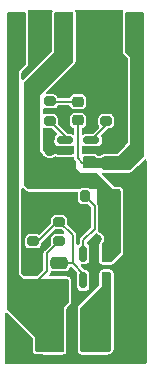
<source format=gbr>
%TF.GenerationSoftware,KiCad,Pcbnew,8.0.0*%
%TF.CreationDate,2024-02-29T12:19:13-08:00*%
%TF.ProjectId,G305_lipo_PMIC,47333035-5f6c-4697-906f-5f504d49432e,rev?*%
%TF.SameCoordinates,Original*%
%TF.FileFunction,Copper,L1,Top*%
%TF.FilePolarity,Positive*%
%FSLAX46Y46*%
G04 Gerber Fmt 4.6, Leading zero omitted, Abs format (unit mm)*
G04 Created by KiCad (PCBNEW 8.0.0) date 2024-02-29 12:19:13*
%MOMM*%
%LPD*%
G01*
G04 APERTURE LIST*
G04 Aperture macros list*
%AMRoundRect*
0 Rectangle with rounded corners*
0 $1 Rounding radius*
0 $2 $3 $4 $5 $6 $7 $8 $9 X,Y pos of 4 corners*
0 Add a 4 corners polygon primitive as box body*
4,1,4,$2,$3,$4,$5,$6,$7,$8,$9,$2,$3,0*
0 Add four circle primitives for the rounded corners*
1,1,$1+$1,$2,$3*
1,1,$1+$1,$4,$5*
1,1,$1+$1,$6,$7*
1,1,$1+$1,$8,$9*
0 Add four rect primitives between the rounded corners*
20,1,$1+$1,$2,$3,$4,$5,0*
20,1,$1+$1,$4,$5,$6,$7,0*
20,1,$1+$1,$6,$7,$8,$9,0*
20,1,$1+$1,$8,$9,$2,$3,0*%
G04 Aperture macros list end*
%TA.AperFunction,SMDPad,CuDef*%
%ADD10C,1.000000*%
%TD*%
%TA.AperFunction,SMDPad,CuDef*%
%ADD11RoundRect,0.075000X-0.675000X-1.425000X0.675000X-1.425000X0.675000X1.425000X-0.675000X1.425000X0*%
%TD*%
%TA.AperFunction,SMDPad,CuDef*%
%ADD12RoundRect,0.250000X0.250000X0.475000X-0.250000X0.475000X-0.250000X-0.475000X0.250000X-0.475000X0*%
%TD*%
%TA.AperFunction,SMDPad,CuDef*%
%ADD13RoundRect,0.200000X-0.275000X0.200000X-0.275000X-0.200000X0.275000X-0.200000X0.275000X0.200000X0*%
%TD*%
%TA.AperFunction,SMDPad,CuDef*%
%ADD14RoundRect,0.200000X0.275000X-0.200000X0.275000X0.200000X-0.275000X0.200000X-0.275000X-0.200000X0*%
%TD*%
%TA.AperFunction,SMDPad,CuDef*%
%ADD15RoundRect,0.250000X-0.475000X0.250000X-0.475000X-0.250000X0.475000X-0.250000X0.475000X0.250000X0*%
%TD*%
%TA.AperFunction,SMDPad,CuDef*%
%ADD16RoundRect,0.200000X-0.200000X-0.275000X0.200000X-0.275000X0.200000X0.275000X-0.200000X0.275000X0*%
%TD*%
%TA.AperFunction,SMDPad,CuDef*%
%ADD17RoundRect,0.150000X-0.512500X-0.150000X0.512500X-0.150000X0.512500X0.150000X-0.512500X0.150000X0*%
%TD*%
%TA.AperFunction,SMDPad,CuDef*%
%ADD18RoundRect,0.250000X0.475000X-0.250000X0.475000X0.250000X-0.475000X0.250000X-0.475000X-0.250000X0*%
%TD*%
%TA.AperFunction,SMDPad,CuDef*%
%ADD19RoundRect,0.150000X-0.150000X0.512500X-0.150000X-0.512500X0.150000X-0.512500X0.150000X0.512500X0*%
%TD*%
%TA.AperFunction,SMDPad,CuDef*%
%ADD20R,2.200000X3.900000*%
%TD*%
%TA.AperFunction,SMDPad,CuDef*%
%ADD21RoundRect,0.218750X-0.256250X0.218750X-0.256250X-0.218750X0.256250X-0.218750X0.256250X0.218750X0*%
%TD*%
%TA.AperFunction,ViaPad*%
%ADD22C,0.800000*%
%TD*%
%TA.AperFunction,Conductor*%
%ADD23C,0.200000*%
%TD*%
G04 APERTURE END LIST*
D10*
%TO.P,TP1,1,1*%
%TO.N,V_BAT*%
X102400000Y-82600000D03*
%TD*%
D11*
%TO.P,J1,1,Pin_1*%
%TO.N,+1.5V*%
X101000000Y-71800000D03*
%TO.P,J1,2,Pin_2*%
%TO.N,GND*%
X103000000Y-71800000D03*
%TO.P,J1,3,Pin_3*%
%TO.N,V_BAT*%
X105000000Y-71800000D03*
%TO.P,J1,4,Pin_4*%
%TO.N,GND*%
X107000000Y-71800000D03*
%TO.P,J1,5,Pin_5*%
X109000000Y-71800000D03*
%TO.P,J1,6,Pin_6*%
%TO.N,V_USB*%
X111000000Y-71800000D03*
%TD*%
D12*
%TO.P,C4,1*%
%TO.N,V_BAT*%
X108550000Y-88000000D03*
%TO.P,C4,2*%
%TO.N,GND*%
X106650000Y-88000000D03*
%TD*%
D13*
%TO.P,R2,1*%
%TO.N,Net-(D1-K)*%
X103800000Y-77775000D03*
%TO.P,R2,2*%
%TO.N,Net-(U1-STAT)*%
X103800000Y-79425000D03*
%TD*%
D14*
%TO.P,R4,1*%
%TO.N,+1.5V*%
X104600000Y-89625001D03*
%TO.P,R4,2*%
%TO.N,/FB_+1.5V*%
X104600000Y-87975001D03*
%TD*%
D15*
%TO.P,C2,1*%
%TO.N,V_BAT*%
X102400000Y-84450000D03*
%TO.P,C2,2*%
%TO.N,GND*%
X102400000Y-86350000D03*
%TD*%
D16*
%TO.P,R3,1*%
%TO.N,Net-(U2-EN)*%
X106775000Y-85800000D03*
%TO.P,R3,2*%
%TO.N,V_BAT*%
X108425000Y-85800000D03*
%TD*%
D17*
%TO.P,U1,1,STAT*%
%TO.N,Net-(U1-STAT)*%
X105062500Y-81050000D03*
%TO.P,U1,2,VSS*%
%TO.N,GND*%
X105062500Y-82000000D03*
%TO.P,U1,3,VBAT*%
%TO.N,V_BAT*%
X105062500Y-82950000D03*
%TO.P,U1,4,VDD*%
%TO.N,V_USB*%
X107337500Y-82950000D03*
%TO.P,U1,5,PROG*%
%TO.N,Net-(U1-PROG)*%
X107337500Y-81050000D03*
%TD*%
D18*
%TO.P,C1,1*%
%TO.N,V_USB*%
X109600000Y-82950000D03*
%TO.P,C1,2*%
%TO.N,GND*%
X109600000Y-81050000D03*
%TD*%
D19*
%TO.P,U2,1,VIN*%
%TO.N,V_BAT*%
X108550000Y-90662500D03*
%TO.P,U2,2,GND*%
%TO.N,GND*%
X107600000Y-90662500D03*
%TO.P,U2,3,EN*%
%TO.N,Net-(U2-EN)*%
X106650000Y-90662500D03*
%TO.P,U2,4,FB*%
%TO.N,/FB_+1.5V*%
X106650000Y-92937500D03*
%TO.P,U2,5,SW*%
%TO.N,/SW_+1.5V*%
X108550000Y-92937500D03*
%TD*%
D10*
%TO.P,TP2,1,1*%
%TO.N,+1.5V*%
X101200000Y-95200000D03*
%TD*%
D14*
%TO.P,R1,1*%
%TO.N,Net-(U1-PROG)*%
X108600000Y-79425000D03*
%TO.P,R1,2*%
%TO.N,GND*%
X108600000Y-77775000D03*
%TD*%
D18*
%TO.P,C3,1*%
%TO.N,+1.5V*%
X104600000Y-93350000D03*
%TO.P,C3,2*%
%TO.N,/FB_+1.5V*%
X104600000Y-91450000D03*
%TD*%
%TO.P,C6,1*%
%TO.N,+1.5V*%
X102400000Y-93350000D03*
%TO.P,C6,2*%
%TO.N,GND*%
X102400000Y-91450000D03*
%TD*%
D20*
%TO.P,L1,1*%
%TO.N,/SW_+1.5V*%
X107700000Y-97000000D03*
%TO.P,L1,2*%
%TO.N,+1.5V*%
X103900000Y-97000000D03*
%TD*%
D10*
%TO.P,TP3,1,1*%
%TO.N,GND*%
X110600000Y-98400000D03*
%TD*%
D21*
%TO.P,D1,1,K*%
%TO.N,Net-(D1-K)*%
X106200000Y-77812500D03*
%TO.P,D1,2,A*%
%TO.N,V_USB*%
X106200000Y-79387500D03*
%TD*%
D14*
%TO.P,R5,1*%
%TO.N,/FB_+1.5V*%
X102400000Y-89625000D03*
%TO.P,R5,2*%
%TO.N,GND*%
X102400000Y-87975000D03*
%TD*%
D22*
%TO.N,GND*%
X108000000Y-82000000D03*
X101000000Y-99000000D03*
X103800000Y-82000000D03*
X111000000Y-89000000D03*
X107800000Y-89400000D03*
X109800000Y-79800000D03*
X109800000Y-93200000D03*
X107250000Y-80000000D03*
X103400000Y-87800000D03*
X105000000Y-79500000D03*
X102800000Y-74000000D03*
X105674500Y-88000000D03*
X109000000Y-74000000D03*
X107000000Y-74000000D03*
X111000000Y-95000000D03*
X110000000Y-97000000D03*
X111000000Y-85000000D03*
X103800000Y-81000000D03*
X105000000Y-77000000D03*
X101800000Y-90600000D03*
X108600000Y-76600000D03*
X104000000Y-86000000D03*
%TD*%
D23*
%TO.N,V_USB*%
X106200000Y-82600000D02*
X106550000Y-82950000D01*
X106200000Y-79387500D02*
X106200000Y-82600000D01*
X106550000Y-82950000D02*
X107337500Y-82950000D01*
%TO.N,Net-(D1-K)*%
X106200000Y-77812500D02*
X103837500Y-77812500D01*
X103837500Y-77812500D02*
X103800000Y-77775000D01*
%TO.N,Net-(U1-PROG)*%
X108600000Y-79425000D02*
X108600000Y-79787500D01*
X108600000Y-79787500D02*
X107337500Y-81050000D01*
%TO.N,Net-(U1-STAT)*%
X103812500Y-79425000D02*
X105062500Y-80675000D01*
X103800000Y-79425000D02*
X103812500Y-79425000D01*
X105062500Y-80675000D02*
X105062500Y-81050000D01*
%TO.N,Net-(U2-EN)*%
X107600000Y-86625000D02*
X106775000Y-85800000D01*
X107600000Y-88600000D02*
X107600000Y-86625000D01*
X106650000Y-89550000D02*
X107600000Y-88600000D01*
X106650000Y-90662500D02*
X106650000Y-89550000D01*
%TO.N,+1.5V*%
X103575000Y-90650001D02*
X103575000Y-92175000D01*
X103575000Y-92175000D02*
X102400000Y-93350000D01*
X104600000Y-89625001D02*
X103575000Y-90650001D01*
%TO.N,/FB_+1.5V*%
X105750000Y-89125001D02*
X104600000Y-87975001D01*
X105750000Y-91450000D02*
X105750000Y-89125001D01*
X104424999Y-87975001D02*
X104600000Y-87975001D01*
X104600000Y-91450000D02*
X105750000Y-91450000D01*
X105750000Y-91450000D02*
X106650000Y-92350000D01*
X102775000Y-89625000D02*
X104424999Y-87975001D01*
X106650000Y-92350000D02*
X106650000Y-92937500D01*
X102400000Y-89625000D02*
X102775000Y-89625000D01*
%TD*%
%TA.AperFunction,Conductor*%
%TO.N,V_BAT*%
G36*
X109743039Y-85219685D02*
G01*
X109788794Y-85272489D01*
X109800000Y-85324000D01*
X109800000Y-90548638D01*
X109780315Y-90615677D01*
X109763681Y-90636319D01*
X109036319Y-91363681D01*
X108974996Y-91397166D01*
X108948638Y-91400000D01*
X108324000Y-91400000D01*
X108256961Y-91380315D01*
X108211206Y-91327511D01*
X108200000Y-91276000D01*
X108200000Y-89907232D01*
X108219685Y-89840193D01*
X108225624Y-89831746D01*
X108324535Y-89702842D01*
X108324534Y-89702842D01*
X108324536Y-89702841D01*
X108385044Y-89556762D01*
X108405682Y-89400000D01*
X108385044Y-89243238D01*
X108324536Y-89097159D01*
X108228282Y-88971718D01*
X108102841Y-88875464D01*
X107964285Y-88818072D01*
X107909882Y-88774231D01*
X107887817Y-88707937D01*
X107891963Y-88671421D01*
X107900500Y-88639562D01*
X107900500Y-86585438D01*
X107880021Y-86509011D01*
X107880017Y-86509004D01*
X107840464Y-86440495D01*
X107840458Y-86440487D01*
X107836319Y-86436348D01*
X107802834Y-86375025D01*
X107800000Y-86348667D01*
X107800000Y-85200000D01*
X109200000Y-85200000D01*
X109676000Y-85200000D01*
X109743039Y-85219685D01*
G37*
%TD.AperFunction*%
%TD*%
%TA.AperFunction,Conductor*%
%TO.N,+1.5V*%
G36*
X101743039Y-70219685D02*
G01*
X101788794Y-70272489D01*
X101800000Y-70324000D01*
X101800000Y-74548638D01*
X101780315Y-74615677D01*
X101763681Y-74636319D01*
X101200000Y-75199999D01*
X101200000Y-90548714D01*
X101198939Y-90564899D01*
X101194318Y-90599998D01*
X101194318Y-90599999D01*
X101198939Y-90635099D01*
X101200000Y-90651285D01*
X101200000Y-92400000D01*
X101600000Y-92800000D01*
X101600000Y-96800000D01*
X100236319Y-95436319D01*
X100202834Y-95374996D01*
X100200000Y-95348638D01*
X100200000Y-70324000D01*
X100219685Y-70256961D01*
X100272489Y-70211206D01*
X100324000Y-70200000D01*
X101676000Y-70200000D01*
X101743039Y-70219685D01*
G37*
%TD.AperFunction*%
%TD*%
%TA.AperFunction,Conductor*%
%TO.N,/SW_+1.5V*%
G36*
X108943039Y-92219685D02*
G01*
X108988794Y-92272489D01*
X109000000Y-92324000D01*
X109000000Y-98748638D01*
X108980315Y-98815677D01*
X108963681Y-98836319D01*
X108836319Y-98963681D01*
X108774996Y-98997166D01*
X108748638Y-99000000D01*
X106524000Y-99000000D01*
X106456961Y-98980315D01*
X106411206Y-98927511D01*
X106400000Y-98876000D01*
X106400000Y-95251362D01*
X106419685Y-95184323D01*
X106436319Y-95163681D01*
X108200000Y-93400000D01*
X108200000Y-92324000D01*
X108219685Y-92256961D01*
X108272489Y-92211206D01*
X108324000Y-92200000D01*
X108876000Y-92200000D01*
X108943039Y-92219685D01*
G37*
%TD.AperFunction*%
%TD*%
%TA.AperFunction,Conductor*%
%TO.N,+1.5V*%
G36*
X105343039Y-92819685D02*
G01*
X105388794Y-92872489D01*
X105400000Y-92924000D01*
X105400000Y-94748638D01*
X105380315Y-94815677D01*
X105363681Y-94836319D01*
X105000000Y-95199999D01*
X105000000Y-98876000D01*
X104980315Y-98943039D01*
X104927511Y-98988794D01*
X104876000Y-99000000D01*
X103800195Y-99000000D01*
X103799732Y-98999999D01*
X102723537Y-98995980D01*
X102656571Y-98976045D01*
X102611014Y-98923071D01*
X102600000Y-98871981D01*
X102600000Y-97800000D01*
X101600000Y-96800000D01*
X101600000Y-92800000D01*
X105276000Y-92800000D01*
X105343039Y-92819685D01*
G37*
%TD.AperFunction*%
%TD*%
%TA.AperFunction,Conductor*%
%TO.N,V_BAT*%
G36*
X103366902Y-82422006D02*
G01*
X103371718Y-82428282D01*
X103497159Y-82524536D01*
X103643238Y-82585044D01*
X103666246Y-82588073D01*
X103799999Y-82605682D01*
X103800000Y-82605682D01*
X103800001Y-82605682D01*
X103852254Y-82598802D01*
X103956762Y-82585044D01*
X104102841Y-82524536D01*
X104203627Y-82447200D01*
X104268794Y-82422006D01*
X104333951Y-82435369D01*
X104334286Y-82434685D01*
X104336940Y-82435982D01*
X104337239Y-82436044D01*
X104337890Y-82436447D01*
X104343516Y-82439197D01*
X104343517Y-82439198D01*
X104448607Y-82490573D01*
X104482673Y-82495536D01*
X104516739Y-82500500D01*
X104516740Y-82500500D01*
X105608261Y-82500500D01*
X105642326Y-82495536D01*
X105676393Y-82490573D01*
X105721039Y-82468746D01*
X105789912Y-82456987D01*
X105854210Y-82484330D01*
X105893517Y-82542095D01*
X105899500Y-82580147D01*
X105899500Y-82639562D01*
X105919979Y-82715989D01*
X105948558Y-82765489D01*
X105948558Y-82765490D01*
X105959536Y-82784505D01*
X105959542Y-82784513D01*
X105963681Y-82788652D01*
X105997166Y-82849975D01*
X106000000Y-82876333D01*
X106000000Y-83400000D01*
X106400000Y-83800000D01*
X107748638Y-83800000D01*
X107815677Y-83819685D01*
X107836319Y-83836319D01*
X109200000Y-85200000D01*
X107249097Y-85200000D01*
X107192804Y-85186485D01*
X107100304Y-85139354D01*
X107100303Y-85139353D01*
X107100300Y-85139352D01*
X107100301Y-85139352D01*
X107006524Y-85124500D01*
X106543482Y-85124500D01*
X106462519Y-85137323D01*
X106449696Y-85139354D01*
X106357195Y-85186485D01*
X106300903Y-85200000D01*
X102051362Y-85200000D01*
X101984323Y-85180315D01*
X101963681Y-85163681D01*
X101636319Y-84836319D01*
X101602834Y-84774996D01*
X101600000Y-84748638D01*
X101600000Y-82400000D01*
X103350016Y-82400000D01*
X103366902Y-82422006D01*
G37*
%TD.AperFunction*%
%TD*%
%TA.AperFunction,Conductor*%
%TO.N,V_USB*%
G36*
X107559806Y-82419685D02*
G01*
X107568253Y-82425624D01*
X107697157Y-82524535D01*
X107697158Y-82524535D01*
X107697159Y-82524536D01*
X107843238Y-82585044D01*
X107921619Y-82595363D01*
X107999999Y-82605682D01*
X108000000Y-82605682D01*
X108000001Y-82605682D01*
X108052254Y-82598802D01*
X108156762Y-82585044D01*
X108302841Y-82524536D01*
X108390907Y-82456961D01*
X108431747Y-82425624D01*
X108496916Y-82400430D01*
X108507233Y-82400000D01*
X109600000Y-82400000D01*
X110600000Y-82400000D01*
X110600000Y-83583512D01*
X110574996Y-83597166D01*
X110548638Y-83600000D01*
X108451362Y-83600000D01*
X108384323Y-83580315D01*
X108363681Y-83563681D01*
X108200000Y-83400000D01*
X106724000Y-83400000D01*
X106656961Y-83380315D01*
X106611206Y-83327511D01*
X106600000Y-83276000D01*
X106600000Y-82524000D01*
X106619685Y-82456961D01*
X106672489Y-82411206D01*
X106724000Y-82400000D01*
X107492767Y-82400000D01*
X107559806Y-82419685D01*
G37*
%TD.AperFunction*%
%TD*%
%TA.AperFunction,Conductor*%
%TO.N,V_USB*%
G36*
X111743039Y-70219685D02*
G01*
X111788794Y-70272489D01*
X111800000Y-70324000D01*
X111800000Y-82348638D01*
X111780315Y-82415677D01*
X111763681Y-82436319D01*
X110636319Y-83563681D01*
X110600000Y-83583512D01*
X110600000Y-82400000D01*
X109600000Y-82400000D01*
X110316917Y-81683082D01*
X110330936Y-81671017D01*
X110397150Y-81622150D01*
X110446009Y-81555946D01*
X110458079Y-81541920D01*
X110600000Y-81400000D01*
X110600000Y-74000000D01*
X110236319Y-73636319D01*
X110202834Y-73574996D01*
X110200000Y-73548638D01*
X110200000Y-70324000D01*
X110219685Y-70256961D01*
X110272489Y-70211206D01*
X110324000Y-70200000D01*
X111676000Y-70200000D01*
X111743039Y-70219685D01*
G37*
%TD.AperFunction*%
%TD*%
%TA.AperFunction,Conductor*%
%TO.N,V_BAT*%
G36*
X105743039Y-70219685D02*
G01*
X105788794Y-70272489D01*
X105800000Y-70324000D01*
X105800000Y-74348638D01*
X105780315Y-74415677D01*
X105763681Y-74436319D01*
X103000000Y-77199999D01*
X103000000Y-82000000D01*
X103238663Y-82238663D01*
X103265543Y-82278890D01*
X103275464Y-82302841D01*
X103350017Y-82400000D01*
X101600000Y-82400000D01*
X101600000Y-76251362D01*
X101619685Y-76184323D01*
X101636319Y-76163681D01*
X104200000Y-73600000D01*
X104200000Y-70324000D01*
X104219685Y-70256961D01*
X104272489Y-70211206D01*
X104324000Y-70200000D01*
X105676000Y-70200000D01*
X105743039Y-70219685D01*
G37*
%TD.AperFunction*%
%TD*%
%TA.AperFunction,Conductor*%
%TO.N,GND*%
G36*
X111919334Y-82673801D02*
G01*
X111975267Y-82715673D01*
X111999684Y-82781137D01*
X112000000Y-82789983D01*
X112000000Y-99876000D01*
X111980315Y-99943039D01*
X111927511Y-99988794D01*
X111876000Y-100000000D01*
X100124000Y-100000000D01*
X100056961Y-99980315D01*
X100011206Y-99927511D01*
X100000000Y-99876000D01*
X100000000Y-95789982D01*
X100019685Y-95722943D01*
X100072489Y-95677188D01*
X100141647Y-95667244D01*
X100205203Y-95696269D01*
X100211681Y-95702301D01*
X102358181Y-97848801D01*
X102391666Y-97910124D01*
X102394500Y-97936482D01*
X102394500Y-98871986D01*
X102399115Y-98915294D01*
X102410127Y-98966374D01*
X102412497Y-98976189D01*
X102412498Y-98976192D01*
X102455206Y-99057064D01*
X102500767Y-99110043D01*
X102518284Y-99128056D01*
X102518286Y-99128057D01*
X102518288Y-99128059D01*
X102597939Y-99173003D01*
X102664905Y-99192938D01*
X102722770Y-99201479D01*
X102734467Y-99201522D01*
X103798874Y-99205498D01*
X103799485Y-99205498D01*
X103799732Y-99205499D01*
X104876000Y-99205500D01*
X104919684Y-99200803D01*
X104948875Y-99194452D01*
X104971174Y-99189602D01*
X104971190Y-99189598D01*
X104971195Y-99189597D01*
X104981373Y-99187110D01*
X105051977Y-99149485D01*
X105067165Y-99144065D01*
X105066948Y-99143541D01*
X105078227Y-99138869D01*
X105078229Y-99138867D01*
X105078231Y-99138867D01*
X105144552Y-99094552D01*
X105188867Y-99028231D01*
X105188867Y-99028229D01*
X105188868Y-99028229D01*
X105200499Y-98969752D01*
X105200500Y-98969750D01*
X105200500Y-98919643D01*
X105201762Y-98901995D01*
X105205499Y-98876007D01*
X106194500Y-98876007D01*
X106199197Y-98919686D01*
X106210397Y-98971174D01*
X106212890Y-98981372D01*
X106212891Y-98981375D01*
X106255899Y-99062083D01*
X106255901Y-99062086D01*
X106301660Y-99114895D01*
X106319242Y-99132839D01*
X106319246Y-99132843D01*
X106319247Y-99132844D01*
X106319249Y-99132845D01*
X106391041Y-99173003D01*
X106399063Y-99177490D01*
X106466102Y-99197175D01*
X106524000Y-99205500D01*
X106524004Y-99205500D01*
X108748639Y-99205500D01*
X108751180Y-99205363D01*
X108770607Y-99204322D01*
X108770614Y-99204321D01*
X108770618Y-99204321D01*
X108796965Y-99201488D01*
X108873482Y-99177529D01*
X108934805Y-99144044D01*
X108981629Y-99108991D01*
X109108991Y-98981629D01*
X109123693Y-98965262D01*
X109140327Y-98944620D01*
X109177490Y-98873575D01*
X109197175Y-98806536D01*
X109205500Y-98748638D01*
X109205500Y-92324000D01*
X109200803Y-92280316D01*
X109193205Y-92245390D01*
X109189602Y-92228825D01*
X109189348Y-92227789D01*
X109187110Y-92218627D01*
X109144100Y-92137915D01*
X109098345Y-92085111D01*
X109098339Y-92085104D01*
X109080757Y-92067160D01*
X109080756Y-92067159D01*
X109080754Y-92067157D01*
X109080752Y-92067156D01*
X109080750Y-92067154D01*
X109000940Y-92022511D01*
X109000935Y-92022509D01*
X108933903Y-92002826D01*
X108933899Y-92002825D01*
X108933898Y-92002825D01*
X108876000Y-91994500D01*
X108324000Y-91994500D01*
X108323992Y-91994500D01*
X108280313Y-91999197D01*
X108228825Y-92010397D01*
X108218627Y-92012890D01*
X108218624Y-92012891D01*
X108137916Y-92055899D01*
X108137913Y-92055901D01*
X108085104Y-92101660D01*
X108067160Y-92119242D01*
X108067154Y-92119249D01*
X108022511Y-92199059D01*
X108022509Y-92199064D01*
X108002826Y-92266096D01*
X108002825Y-92266101D01*
X108002825Y-92266102D01*
X107994502Y-92323992D01*
X107994500Y-92324003D01*
X107994500Y-93263517D01*
X107974815Y-93330556D01*
X107958181Y-93351198D01*
X106291014Y-95018365D01*
X106291012Y-95018366D01*
X106276325Y-95034716D01*
X106276313Y-95034730D01*
X106259672Y-95055379D01*
X106222509Y-95126424D01*
X106202826Y-95193456D01*
X106202825Y-95193464D01*
X106194869Y-95248801D01*
X106194500Y-95251365D01*
X106194500Y-98876007D01*
X105205499Y-98876007D01*
X105205500Y-98875997D01*
X105205500Y-95336482D01*
X105225185Y-95269443D01*
X105241819Y-95248801D01*
X105297164Y-95193456D01*
X105508991Y-94981630D01*
X105523693Y-94965262D01*
X105523698Y-94965254D01*
X105523704Y-94965249D01*
X105540325Y-94944623D01*
X105540325Y-94944622D01*
X105540327Y-94944620D01*
X105577490Y-94873575D01*
X105597175Y-94806536D01*
X105605500Y-94748638D01*
X105605500Y-92924000D01*
X105600803Y-92880316D01*
X105596897Y-92862364D01*
X105589602Y-92828825D01*
X105589348Y-92827789D01*
X105587110Y-92818627D01*
X105544100Y-92737915D01*
X105498345Y-92685111D01*
X105498339Y-92685104D01*
X105480757Y-92667160D01*
X105480756Y-92667159D01*
X105480754Y-92667157D01*
X105480752Y-92667156D01*
X105480750Y-92667154D01*
X105400940Y-92622511D01*
X105400935Y-92622509D01*
X105333903Y-92602826D01*
X105333899Y-92602825D01*
X105333898Y-92602825D01*
X105276000Y-92594500D01*
X105275996Y-92594500D01*
X103879833Y-92594500D01*
X103812794Y-92574815D01*
X103767039Y-92522011D01*
X103757095Y-92452853D01*
X103786120Y-92389297D01*
X103792152Y-92382819D01*
X103815460Y-92359511D01*
X103836189Y-92323607D01*
X103855021Y-92290989D01*
X103871432Y-92229743D01*
X103907797Y-92170085D01*
X103970644Y-92139556D01*
X104032164Y-92144798D01*
X104040301Y-92147646D01*
X104046387Y-92148216D01*
X104070730Y-92150500D01*
X104070734Y-92150500D01*
X105129270Y-92150500D01*
X105159699Y-92147646D01*
X105159701Y-92147646D01*
X105240853Y-92119249D01*
X105287882Y-92102793D01*
X105397150Y-92022150D01*
X105477793Y-91912882D01*
X105493001Y-91869420D01*
X105533723Y-91812644D01*
X105598675Y-91786897D01*
X105667237Y-91800353D01*
X105697723Y-91822694D01*
X106120419Y-92245390D01*
X106153904Y-92306713D01*
X106155443Y-92350946D01*
X106149500Y-92391742D01*
X106149500Y-93483260D01*
X106159426Y-93551391D01*
X106210803Y-93656485D01*
X106293514Y-93739196D01*
X106293515Y-93739196D01*
X106293517Y-93739198D01*
X106398607Y-93790573D01*
X106432673Y-93795536D01*
X106466739Y-93800500D01*
X106466740Y-93800500D01*
X106833261Y-93800500D01*
X106855971Y-93797191D01*
X106901393Y-93790573D01*
X107006483Y-93739198D01*
X107089198Y-93656483D01*
X107140573Y-93551393D01*
X107150500Y-93483260D01*
X107150500Y-92391740D01*
X107140573Y-92323607D01*
X107089198Y-92218517D01*
X107089196Y-92218515D01*
X107089196Y-92218514D01*
X107006485Y-92135803D01*
X106901391Y-92084426D01*
X106834418Y-92074668D01*
X106770917Y-92045523D01*
X106764616Y-92039645D01*
X106462152Y-91737181D01*
X106428667Y-91675858D01*
X106433651Y-91606166D01*
X106475523Y-91550233D01*
X106540987Y-91525816D01*
X106549833Y-91525500D01*
X106833261Y-91525500D01*
X106855971Y-91522191D01*
X106901393Y-91515573D01*
X107006483Y-91464198D01*
X107089198Y-91381483D01*
X107140573Y-91276393D01*
X107150500Y-91208260D01*
X107150500Y-90116740D01*
X107140573Y-90048607D01*
X107089198Y-89943517D01*
X107089196Y-89943515D01*
X107089196Y-89943514D01*
X107006483Y-89860801D01*
X107002445Y-89857918D01*
X106959324Y-89802942D01*
X106950500Y-89757002D01*
X106950500Y-89725832D01*
X106970185Y-89658793D01*
X106986815Y-89638155D01*
X107652225Y-88972744D01*
X107713546Y-88939261D01*
X107783237Y-88944245D01*
X107817708Y-88963874D01*
X107828718Y-88972746D01*
X107835340Y-88978082D01*
X107885643Y-89007929D01*
X107885644Y-89007929D01*
X107885645Y-89007930D01*
X107984121Y-89048720D01*
X108012155Y-89064906D01*
X108068765Y-89108345D01*
X108091653Y-89131233D01*
X108135093Y-89187844D01*
X108151279Y-89215879D01*
X108178585Y-89281802D01*
X108186963Y-89313068D01*
X108196277Y-89383813D01*
X108196277Y-89416185D01*
X108186963Y-89486930D01*
X108178585Y-89518198D01*
X108151277Y-89584124D01*
X108135093Y-89612155D01*
X108062590Y-89706645D01*
X108057520Y-89713544D01*
X108051577Y-89721997D01*
X108022508Y-89782298D01*
X108002827Y-89849322D01*
X108002825Y-89849332D01*
X108002825Y-89849334D01*
X107996671Y-89892137D01*
X107994500Y-89907235D01*
X107994500Y-91276007D01*
X107999197Y-91319686D01*
X108010397Y-91371174D01*
X108012890Y-91381372D01*
X108012891Y-91381375D01*
X108055899Y-91462083D01*
X108055901Y-91462086D01*
X108101660Y-91514895D01*
X108112051Y-91525500D01*
X108119246Y-91532843D01*
X108119247Y-91532844D01*
X108119249Y-91532845D01*
X108199059Y-91577488D01*
X108199063Y-91577490D01*
X108266102Y-91597175D01*
X108324000Y-91605500D01*
X108324004Y-91605500D01*
X108948639Y-91605500D01*
X108951180Y-91605363D01*
X108970607Y-91604322D01*
X108970614Y-91604321D01*
X108970618Y-91604321D01*
X108996965Y-91601488D01*
X109073482Y-91577529D01*
X109134805Y-91544044D01*
X109181629Y-91508991D01*
X109908991Y-90781629D01*
X109923693Y-90765262D01*
X109940327Y-90744620D01*
X109977490Y-90673575D01*
X109997175Y-90606536D01*
X110005500Y-90548638D01*
X110005500Y-85324000D01*
X110000803Y-85280316D01*
X109996897Y-85262364D01*
X109989602Y-85228825D01*
X109989348Y-85227789D01*
X109987110Y-85218627D01*
X109944100Y-85137915D01*
X109898345Y-85085111D01*
X109898339Y-85085104D01*
X109880757Y-85067160D01*
X109880756Y-85067159D01*
X109880754Y-85067157D01*
X109880752Y-85067156D01*
X109880750Y-85067154D01*
X109800940Y-85022511D01*
X109800935Y-85022509D01*
X109733903Y-85002826D01*
X109733899Y-85002825D01*
X109733898Y-85002825D01*
X109676000Y-84994500D01*
X109675996Y-84994500D01*
X109336482Y-84994500D01*
X109269443Y-84974815D01*
X109248801Y-84958181D01*
X108299906Y-84009286D01*
X108266421Y-83947963D01*
X108271405Y-83878271D01*
X108313277Y-83822338D01*
X108378741Y-83797921D01*
X108405229Y-83798866D01*
X108451362Y-83805500D01*
X108451366Y-83805500D01*
X110548639Y-83805500D01*
X110551180Y-83805363D01*
X110570607Y-83804322D01*
X110570614Y-83804321D01*
X110570618Y-83804321D01*
X110577299Y-83803602D01*
X110596965Y-83801488D01*
X110622014Y-83793644D01*
X110673484Y-83777528D01*
X110703797Y-83760975D01*
X110703811Y-83760965D01*
X110734802Y-83744045D01*
X110781629Y-83708991D01*
X111283411Y-83207209D01*
X111788319Y-82702302D01*
X111849642Y-82668817D01*
X111919334Y-82673801D01*
G37*
%TD.AperFunction*%
%TA.AperFunction,Conductor*%
G36*
X101610703Y-85101769D02*
G01*
X101617181Y-85107801D01*
X101818365Y-85308986D01*
X101818366Y-85308987D01*
X101834716Y-85323674D01*
X101834730Y-85323686D01*
X101834738Y-85323693D01*
X101843136Y-85330460D01*
X101855379Y-85340327D01*
X101926424Y-85377490D01*
X101993456Y-85397173D01*
X101993458Y-85397173D01*
X101993464Y-85397175D01*
X102051362Y-85405500D01*
X106050500Y-85405500D01*
X106117539Y-85425185D01*
X106163294Y-85477989D01*
X106174500Y-85529500D01*
X106174500Y-86106517D01*
X106185292Y-86174657D01*
X106189354Y-86200304D01*
X106246950Y-86313342D01*
X106246952Y-86313344D01*
X106246954Y-86313347D01*
X106336652Y-86403045D01*
X106336654Y-86403046D01*
X106336658Y-86403050D01*
X106449696Y-86460646D01*
X106449698Y-86460647D01*
X106543475Y-86475499D01*
X106543481Y-86475500D01*
X106974166Y-86475499D01*
X107041205Y-86495183D01*
X107061847Y-86511818D01*
X107263181Y-86713152D01*
X107296666Y-86774475D01*
X107299500Y-86800833D01*
X107299500Y-88424167D01*
X107279815Y-88491206D01*
X107263181Y-88511848D01*
X106409541Y-89365487D01*
X106409535Y-89365495D01*
X106369982Y-89434004D01*
X106369979Y-89434009D01*
X106349500Y-89510439D01*
X106349500Y-89757002D01*
X106329815Y-89824041D01*
X106297555Y-89857918D01*
X106293516Y-89860801D01*
X106262181Y-89892137D01*
X106200858Y-89925622D01*
X106131166Y-89920638D01*
X106075233Y-89878766D01*
X106050816Y-89813302D01*
X106050500Y-89804456D01*
X106050500Y-89085441D01*
X106050499Y-89085437D01*
X106042297Y-89054827D01*
X106038152Y-89039355D01*
X106030022Y-89009013D01*
X105990460Y-88940490D01*
X105311818Y-88261848D01*
X105278333Y-88200525D01*
X105275499Y-88174175D01*
X105275499Y-87743483D01*
X105260646Y-87649697D01*
X105203050Y-87536659D01*
X105203046Y-87536655D01*
X105203045Y-87536653D01*
X105113347Y-87446955D01*
X105113344Y-87446953D01*
X105113342Y-87446951D01*
X105036517Y-87407806D01*
X105000301Y-87389353D01*
X104906524Y-87374501D01*
X104293482Y-87374501D01*
X104212519Y-87387324D01*
X104199696Y-87389355D01*
X104086658Y-87446951D01*
X104086657Y-87446952D01*
X104086652Y-87446955D01*
X103996954Y-87536653D01*
X103996951Y-87536658D01*
X103939352Y-87649699D01*
X103924500Y-87743476D01*
X103924500Y-87999166D01*
X103904815Y-88066205D01*
X103888181Y-88086847D01*
X102953685Y-89021342D01*
X102892362Y-89054827D01*
X102822670Y-89049843D01*
X102809711Y-89044147D01*
X102800302Y-89039353D01*
X102800301Y-89039352D01*
X102706524Y-89024500D01*
X102093482Y-89024500D01*
X102012519Y-89037323D01*
X101999696Y-89039354D01*
X101886658Y-89096950D01*
X101886657Y-89096951D01*
X101886652Y-89096954D01*
X101796954Y-89186652D01*
X101796951Y-89186657D01*
X101796950Y-89186658D01*
X101782061Y-89215879D01*
X101739352Y-89299698D01*
X101724500Y-89393475D01*
X101724500Y-89856517D01*
X101734656Y-89920638D01*
X101739354Y-89950304D01*
X101796950Y-90063342D01*
X101796952Y-90063344D01*
X101796954Y-90063347D01*
X101886652Y-90153045D01*
X101886654Y-90153046D01*
X101886658Y-90153050D01*
X101999694Y-90210645D01*
X101999698Y-90210647D01*
X102093475Y-90225499D01*
X102093481Y-90225500D01*
X102706518Y-90225499D01*
X102800304Y-90210646D01*
X102913342Y-90153050D01*
X103003050Y-90063342D01*
X103060646Y-89950304D01*
X103060646Y-89950302D01*
X103060647Y-89950301D01*
X103072901Y-89872929D01*
X103075500Y-89856519D01*
X103075499Y-89800832D01*
X103095182Y-89733794D01*
X103111813Y-89713156D01*
X104213152Y-88611817D01*
X104274473Y-88578334D01*
X104300821Y-88575500D01*
X104724166Y-88575500D01*
X104791205Y-88595185D01*
X104811847Y-88611819D01*
X105014520Y-88814492D01*
X105048005Y-88875815D01*
X105043021Y-88945507D01*
X105001149Y-89001440D01*
X104935685Y-89025857D01*
X104911388Y-89024815D01*
X104911383Y-89024883D01*
X104909504Y-89024735D01*
X104907445Y-89024647D01*
X104906523Y-89024501D01*
X104293482Y-89024501D01*
X104212519Y-89037324D01*
X104199696Y-89039355D01*
X104086658Y-89096951D01*
X104086657Y-89096952D01*
X104086652Y-89096955D01*
X103996954Y-89186653D01*
X103996952Y-89186657D01*
X103996950Y-89186659D01*
X103989748Y-89200794D01*
X103939352Y-89299699D01*
X103924500Y-89393476D01*
X103924500Y-89824166D01*
X103904815Y-89891205D01*
X103888181Y-89911847D01*
X103390489Y-90409541D01*
X103334541Y-90465488D01*
X103334535Y-90465496D01*
X103294982Y-90534005D01*
X103294979Y-90534010D01*
X103281326Y-90584963D01*
X103277298Y-90599999D01*
X103274500Y-90610440D01*
X103274500Y-91999167D01*
X103254815Y-92066206D01*
X103238181Y-92086848D01*
X102766848Y-92558181D01*
X102705525Y-92591666D01*
X102679167Y-92594500D01*
X101736482Y-92594500D01*
X101669443Y-92574815D01*
X101648801Y-92558181D01*
X101441819Y-92351199D01*
X101408334Y-92289876D01*
X101405500Y-92263518D01*
X101405500Y-90651298D01*
X101405500Y-90651285D01*
X101405060Y-90637843D01*
X101403999Y-90621657D01*
X101403063Y-90612154D01*
X101403063Y-90587842D01*
X101403999Y-90578342D01*
X101405060Y-90562157D01*
X101405500Y-90548714D01*
X101405500Y-85195482D01*
X101425185Y-85128443D01*
X101477989Y-85082688D01*
X101547147Y-85072744D01*
X101610703Y-85101769D01*
G37*
%TD.AperFunction*%
%TA.AperFunction,Conductor*%
G36*
X103385794Y-80003563D02*
G01*
X103399696Y-80010646D01*
X103399697Y-80010646D01*
X103399698Y-80010647D01*
X103493475Y-80025499D01*
X103493481Y-80025500D01*
X103936666Y-80025499D01*
X104003705Y-80045183D01*
X104024347Y-80061818D01*
X104375066Y-80412537D01*
X104408551Y-80473860D01*
X104403567Y-80543552D01*
X104361695Y-80599485D01*
X104345501Y-80609384D01*
X104343515Y-80610802D01*
X104260803Y-80693514D01*
X104209426Y-80798608D01*
X104199500Y-80866739D01*
X104199500Y-81233260D01*
X104209426Y-81301391D01*
X104260803Y-81406485D01*
X104343514Y-81489196D01*
X104343515Y-81489196D01*
X104343517Y-81489198D01*
X104448607Y-81540573D01*
X104482673Y-81545536D01*
X104516739Y-81550500D01*
X104516740Y-81550500D01*
X105608261Y-81550500D01*
X105642326Y-81545536D01*
X105676393Y-81540573D01*
X105721039Y-81518746D01*
X105789912Y-81506987D01*
X105854210Y-81534330D01*
X105893517Y-81592095D01*
X105899500Y-81630147D01*
X105899500Y-82131345D01*
X105879815Y-82198384D01*
X105827011Y-82244139D01*
X105768649Y-82255155D01*
X105755327Y-82254418D01*
X105755326Y-82254418D01*
X105755323Y-82254418D01*
X105686461Y-82266175D01*
X105686453Y-82266177D01*
X105630775Y-82284130D01*
X105626671Y-82285785D01*
X105626075Y-82284308D01*
X105579854Y-82295000D01*
X104545144Y-82295000D01*
X104490685Y-82282401D01*
X104473307Y-82273905D01*
X104473286Y-82273886D01*
X104425296Y-82250433D01*
X104425284Y-82250427D01*
X104403772Y-82239911D01*
X104394270Y-82237962D01*
X104384221Y-82235153D01*
X104371054Y-82232828D01*
X104371075Y-82232704D01*
X104366070Y-82232178D01*
X104310088Y-82220697D01*
X104310084Y-82220696D01*
X104295859Y-82218676D01*
X104285194Y-82217161D01*
X104285192Y-82217161D01*
X104285191Y-82217161D01*
X104285189Y-82217161D01*
X104194690Y-82230331D01*
X104129530Y-82255522D01*
X104129518Y-82255528D01*
X104078530Y-82284163D01*
X104078522Y-82284168D01*
X104012152Y-82335094D01*
X103984121Y-82351278D01*
X103918196Y-82378585D01*
X103886929Y-82386963D01*
X103816185Y-82396277D01*
X103783813Y-82396277D01*
X103713068Y-82386963D01*
X103681802Y-82378585D01*
X103615876Y-82351278D01*
X103587841Y-82335092D01*
X103531236Y-82291657D01*
X103508348Y-82268769D01*
X103460744Y-82206731D01*
X103449762Y-82189699D01*
X103436413Y-82164726D01*
X103436411Y-82164723D01*
X103436408Y-82164717D01*
X103409528Y-82124490D01*
X103383973Y-82093353D01*
X103241819Y-81951199D01*
X103208334Y-81889876D01*
X103205500Y-81863518D01*
X103205500Y-80114047D01*
X103225185Y-80047008D01*
X103277989Y-80001253D01*
X103347147Y-79991309D01*
X103385794Y-80003563D01*
G37*
%TD.AperFunction*%
%TA.AperFunction,Conductor*%
G36*
X109989456Y-70019685D02*
G01*
X110035211Y-70072489D01*
X110045155Y-70141647D01*
X110030638Y-70184533D01*
X110022510Y-70199062D01*
X110022509Y-70199064D01*
X110002826Y-70266096D01*
X110002825Y-70266101D01*
X110002825Y-70266102D01*
X109994502Y-70323992D01*
X109994500Y-70324003D01*
X109994500Y-73548638D01*
X109995678Y-73570618D01*
X109998511Y-73596965D01*
X109998512Y-73596967D01*
X110022470Y-73673478D01*
X110022471Y-73673483D01*
X110036872Y-73699855D01*
X110055956Y-73734805D01*
X110055958Y-73734808D01*
X110055960Y-73734811D01*
X110090998Y-73781615D01*
X110091002Y-73781619D01*
X110091009Y-73781629D01*
X110091016Y-73781636D01*
X110358181Y-74048801D01*
X110391666Y-74110124D01*
X110394500Y-74136482D01*
X110394500Y-81263516D01*
X110374815Y-81330555D01*
X110358181Y-81351197D01*
X110312776Y-81396601D01*
X110302310Y-81407880D01*
X110290243Y-81421903D01*
X110280664Y-81433915D01*
X110261296Y-81460159D01*
X110235163Y-81486293D01*
X110208901Y-81505675D01*
X110196892Y-81515253D01*
X110182869Y-81527321D01*
X110171596Y-81537781D01*
X109551198Y-82158181D01*
X109489875Y-82191666D01*
X109463517Y-82194500D01*
X108507229Y-82194500D01*
X108498704Y-82194677D01*
X108498684Y-82194677D01*
X108498675Y-82194678D01*
X108494718Y-82194842D01*
X108488350Y-82195108D01*
X108422825Y-82208752D01*
X108422813Y-82208755D01*
X108357645Y-82233949D01*
X108357634Y-82233954D01*
X108306654Y-82262584D01*
X108306646Y-82262589D01*
X108264407Y-82295000D01*
X108212151Y-82335096D01*
X108184119Y-82351280D01*
X108118194Y-82378586D01*
X108086929Y-82386963D01*
X108016185Y-82396277D01*
X107983813Y-82396277D01*
X107913068Y-82386963D01*
X107881802Y-82378585D01*
X107815878Y-82351279D01*
X107787848Y-82335097D01*
X107693353Y-82262589D01*
X107686448Y-82257516D01*
X107678002Y-82251578D01*
X107678003Y-82251578D01*
X107662571Y-82244139D01*
X107638851Y-82232704D01*
X107617700Y-82222508D01*
X107550676Y-82202827D01*
X107550667Y-82202825D01*
X107550665Y-82202825D01*
X107492767Y-82194500D01*
X106724000Y-82194500D01*
X106723992Y-82194500D01*
X106680315Y-82199196D01*
X106650855Y-82205605D01*
X106581163Y-82200619D01*
X106525231Y-82158746D01*
X106500816Y-82093281D01*
X106500500Y-82084438D01*
X106500500Y-81630147D01*
X106520185Y-81563108D01*
X106572989Y-81517353D01*
X106642147Y-81507409D01*
X106678960Y-81518746D01*
X106710837Y-81534330D01*
X106723607Y-81540573D01*
X106791739Y-81550500D01*
X106791740Y-81550500D01*
X107883261Y-81550500D01*
X107905971Y-81547191D01*
X107951393Y-81540573D01*
X108056483Y-81489198D01*
X108139198Y-81406483D01*
X108190573Y-81301393D01*
X108200500Y-81233260D01*
X108200500Y-80866740D01*
X108190573Y-80798607D01*
X108174500Y-80765728D01*
X108171434Y-80759456D01*
X108159676Y-80690583D01*
X108187019Y-80626286D01*
X108195145Y-80617325D01*
X108750652Y-80061817D01*
X108811975Y-80028333D01*
X108838333Y-80025499D01*
X108906517Y-80025499D01*
X108906518Y-80025499D01*
X109000304Y-80010646D01*
X109113342Y-79953050D01*
X109203050Y-79863342D01*
X109260646Y-79750304D01*
X109260646Y-79750302D01*
X109260647Y-79750301D01*
X109275499Y-79656524D01*
X109275500Y-79656519D01*
X109275499Y-79193482D01*
X109260646Y-79099696D01*
X109203050Y-78986658D01*
X109203046Y-78986654D01*
X109203045Y-78986652D01*
X109113347Y-78896954D01*
X109113344Y-78896952D01*
X109113342Y-78896950D01*
X109036517Y-78857805D01*
X109000301Y-78839352D01*
X108906524Y-78824500D01*
X108293482Y-78824500D01*
X108212519Y-78837323D01*
X108199696Y-78839354D01*
X108086658Y-78896950D01*
X108086657Y-78896951D01*
X108086652Y-78896954D01*
X107996954Y-78986652D01*
X107996951Y-78986657D01*
X107939352Y-79099698D01*
X107924500Y-79193475D01*
X107924500Y-79656517D01*
X107939354Y-79750304D01*
X107990558Y-79850798D01*
X108003454Y-79919467D01*
X107977177Y-79984207D01*
X107967754Y-79994773D01*
X107449348Y-80513181D01*
X107388025Y-80546666D01*
X107361667Y-80549500D01*
X106791739Y-80549500D01*
X106723607Y-80559426D01*
X106723606Y-80559426D01*
X106678959Y-80581253D01*
X106610086Y-80593011D01*
X106545789Y-80565667D01*
X106506482Y-80507903D01*
X106500500Y-80469852D01*
X106500500Y-80128284D01*
X106520185Y-80061245D01*
X106572989Y-80015490D01*
X106586180Y-80010354D01*
X106587414Y-80009952D01*
X106587414Y-80009951D01*
X106587420Y-80009951D01*
X106705751Y-79949658D01*
X106799658Y-79855751D01*
X106859951Y-79737420D01*
X106859951Y-79737418D01*
X106859952Y-79737417D01*
X106875500Y-79639251D01*
X106875500Y-79135748D01*
X106859952Y-79037582D01*
X106859951Y-79037580D01*
X106799658Y-78919249D01*
X106799654Y-78919245D01*
X106799653Y-78919243D01*
X106705756Y-78825346D01*
X106705753Y-78825344D01*
X106705751Y-78825342D01*
X106587420Y-78765049D01*
X106587419Y-78765048D01*
X106587416Y-78765047D01*
X106587417Y-78765047D01*
X106489251Y-78749500D01*
X106489246Y-78749500D01*
X105910754Y-78749500D01*
X105910749Y-78749500D01*
X105812582Y-78765047D01*
X105733692Y-78805244D01*
X105694249Y-78825342D01*
X105694248Y-78825343D01*
X105694243Y-78825346D01*
X105600346Y-78919243D01*
X105600343Y-78919248D01*
X105540047Y-79037582D01*
X105524500Y-79135748D01*
X105524500Y-79639251D01*
X105540047Y-79737417D01*
X105559364Y-79775329D01*
X105600342Y-79855751D01*
X105600344Y-79855753D01*
X105600346Y-79855756D01*
X105694243Y-79949653D01*
X105694245Y-79949654D01*
X105694249Y-79949658D01*
X105812580Y-80009951D01*
X105812584Y-80009951D01*
X105812585Y-80009952D01*
X105813820Y-80010354D01*
X105815128Y-80011248D01*
X105821276Y-80014381D01*
X105820871Y-80015175D01*
X105871495Y-80049792D01*
X105898692Y-80114151D01*
X105899500Y-80128284D01*
X105899500Y-80469852D01*
X105879815Y-80536891D01*
X105827011Y-80582646D01*
X105757853Y-80592590D01*
X105721041Y-80581253D01*
X105676393Y-80559426D01*
X105608261Y-80549500D01*
X105608260Y-80549500D01*
X105408621Y-80549500D01*
X105341582Y-80529815D01*
X105309251Y-80495906D01*
X105307908Y-80496938D01*
X105302962Y-80490492D01*
X105302960Y-80490489D01*
X105247011Y-80434540D01*
X104511818Y-79699347D01*
X104478333Y-79638024D01*
X104475499Y-79611674D01*
X104475499Y-79193482D01*
X104460646Y-79099696D01*
X104403050Y-78986658D01*
X104403046Y-78986654D01*
X104403045Y-78986652D01*
X104313347Y-78896954D01*
X104313344Y-78896952D01*
X104313342Y-78896950D01*
X104236517Y-78857805D01*
X104200301Y-78839352D01*
X104106524Y-78824500D01*
X103493482Y-78824500D01*
X103399694Y-78839354D01*
X103385792Y-78846438D01*
X103317122Y-78859333D01*
X103252383Y-78833055D01*
X103212127Y-78775947D01*
X103205500Y-78735952D01*
X103205500Y-78464047D01*
X103225185Y-78397008D01*
X103277989Y-78351253D01*
X103347147Y-78341309D01*
X103385794Y-78353563D01*
X103399696Y-78360646D01*
X103399697Y-78360646D01*
X103399698Y-78360647D01*
X103493475Y-78375499D01*
X103493481Y-78375500D01*
X104106518Y-78375499D01*
X104200304Y-78360646D01*
X104313342Y-78303050D01*
X104403050Y-78213342D01*
X104404122Y-78211236D01*
X104419680Y-78180705D01*
X104467654Y-78129909D01*
X104530164Y-78113000D01*
X105438882Y-78113000D01*
X105505921Y-78132685D01*
X105549364Y-78180701D01*
X105600342Y-78280751D01*
X105600343Y-78280752D01*
X105600346Y-78280756D01*
X105694243Y-78374653D01*
X105694245Y-78374654D01*
X105694249Y-78374658D01*
X105812580Y-78434951D01*
X105812581Y-78434951D01*
X105812583Y-78434952D01*
X105812582Y-78434952D01*
X105910749Y-78450500D01*
X105910754Y-78450500D01*
X106489251Y-78450500D01*
X106587417Y-78434952D01*
X106587418Y-78434951D01*
X106587420Y-78434951D01*
X106705751Y-78374658D01*
X106799658Y-78280751D01*
X106859951Y-78162420D01*
X106859951Y-78162418D01*
X106859952Y-78162417D01*
X106875500Y-78064251D01*
X106875500Y-77560748D01*
X106859952Y-77462582D01*
X106850634Y-77444295D01*
X106799658Y-77344249D01*
X106799654Y-77344245D01*
X106799653Y-77344243D01*
X106705756Y-77250346D01*
X106705753Y-77250344D01*
X106705751Y-77250342D01*
X106587420Y-77190049D01*
X106587419Y-77190048D01*
X106587416Y-77190047D01*
X106587417Y-77190047D01*
X106489251Y-77174500D01*
X106489246Y-77174500D01*
X105910754Y-77174500D01*
X105910749Y-77174500D01*
X105812582Y-77190047D01*
X105733692Y-77230244D01*
X105694249Y-77250342D01*
X105694248Y-77250343D01*
X105694243Y-77250346D01*
X105600346Y-77344243D01*
X105600343Y-77344247D01*
X105600342Y-77344249D01*
X105549364Y-77444297D01*
X105501393Y-77495091D01*
X105438882Y-77512000D01*
X104568378Y-77512000D01*
X104501339Y-77492315D01*
X104457895Y-77444297D01*
X104403050Y-77336658D01*
X104403048Y-77336656D01*
X104403045Y-77336652D01*
X104313347Y-77246954D01*
X104313344Y-77246952D01*
X104313342Y-77246950D01*
X104236517Y-77207805D01*
X104200301Y-77189352D01*
X104106524Y-77174500D01*
X103615480Y-77174500D01*
X103548441Y-77154815D01*
X103502686Y-77102011D01*
X103492742Y-77032853D01*
X103521767Y-76969297D01*
X103527783Y-76962835D01*
X105908991Y-74581629D01*
X105923693Y-74565262D01*
X105940327Y-74544620D01*
X105977490Y-74473575D01*
X105997175Y-74406536D01*
X106005500Y-74348638D01*
X106005500Y-70324000D01*
X106000803Y-70280316D01*
X105996897Y-70262364D01*
X105989602Y-70228825D01*
X105989348Y-70227789D01*
X105987110Y-70218627D01*
X105987107Y-70218622D01*
X105987107Y-70218620D01*
X105967760Y-70182314D01*
X105953605Y-70113893D01*
X105978688Y-70048681D01*
X106035045Y-70007382D01*
X106077192Y-70000000D01*
X109922417Y-70000000D01*
X109989456Y-70019685D01*
G37*
%TD.AperFunction*%
%TA.AperFunction,Conductor*%
G36*
X103989456Y-70019685D02*
G01*
X104035211Y-70072489D01*
X104045155Y-70141647D01*
X104030638Y-70184533D01*
X104022510Y-70199062D01*
X104022509Y-70199064D01*
X104002826Y-70266096D01*
X104002825Y-70266101D01*
X104002825Y-70266102D01*
X103994502Y-70323992D01*
X103994500Y-70324003D01*
X103994500Y-73463517D01*
X103974815Y-73530556D01*
X103958181Y-73551198D01*
X101617181Y-75892198D01*
X101555858Y-75925683D01*
X101486166Y-75920699D01*
X101430233Y-75878827D01*
X101405816Y-75813363D01*
X101405500Y-75804517D01*
X101405500Y-75336482D01*
X101425185Y-75269443D01*
X101441819Y-75248801D01*
X101908976Y-74781645D01*
X101908976Y-74781644D01*
X101908991Y-74781630D01*
X101923693Y-74765262D01*
X101923698Y-74765254D01*
X101923704Y-74765249D01*
X101940325Y-74744623D01*
X101940325Y-74744622D01*
X101940327Y-74744620D01*
X101977490Y-74673575D01*
X101997175Y-74606536D01*
X102005500Y-74548638D01*
X102005500Y-70324000D01*
X102000803Y-70280316D01*
X101996897Y-70262364D01*
X101989602Y-70228825D01*
X101989348Y-70227789D01*
X101987110Y-70218627D01*
X101987107Y-70218622D01*
X101987107Y-70218620D01*
X101967760Y-70182314D01*
X101953605Y-70113893D01*
X101978688Y-70048681D01*
X102035045Y-70007382D01*
X102077192Y-70000000D01*
X103922417Y-70000000D01*
X103989456Y-70019685D01*
G37*
%TD.AperFunction*%
%TD*%
M02*

</source>
